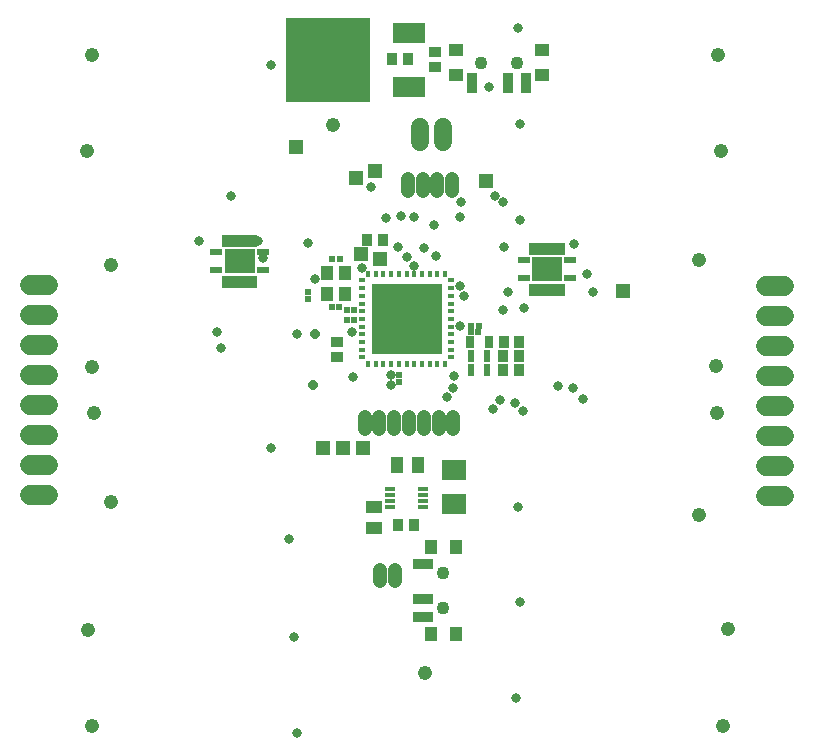
<source format=gbs>
G75*
%MOIN*%
%OFA0B0*%
%FSLAX24Y24*%
%IPPOS*%
%LPD*%
%AMOC8*
5,1,8,0,0,1.08239X$1,22.5*
%
%ADD10R,0.0207X0.0157*%
%ADD11R,0.0157X0.0207*%
%ADD12R,0.2333X0.2333*%
%ADD13R,0.0415X0.0190*%
%ADD14R,0.0190X0.0415*%
%ADD15R,0.1004X0.0807*%
%ADD16R,0.0198X0.0198*%
%ADD17R,0.0434X0.0474*%
%ADD18C,0.0477*%
%ADD19R,0.0356X0.0434*%
%ADD20R,0.0434X0.0356*%
%ADD21R,0.0316X0.0395*%
%ADD22R,0.0218X0.0395*%
%ADD23C,0.0595*%
%ADD24R,0.0346X0.0178*%
%ADD25R,0.0552X0.0395*%
%ADD26R,0.0789X0.0710*%
%ADD27R,0.0671X0.0356*%
%ADD28R,0.0395X0.0474*%
%ADD29C,0.0434*%
%ADD30R,0.0395X0.0552*%
%ADD31R,0.0356X0.0671*%
%ADD32R,0.0474X0.0395*%
%ADD33R,0.1064X0.0671*%
%ADD34R,0.2836X0.2836*%
%ADD35R,0.0474X0.0474*%
%ADD36C,0.0680*%
%ADD37C,0.0320*%
%ADD38OC8,0.0320*%
%ADD39C,0.0476*%
D10*
X012223Y016749D03*
X012223Y017004D03*
X012223Y017260D03*
X012223Y017516D03*
X012223Y017772D03*
X012223Y018028D03*
X012223Y018284D03*
X012223Y018540D03*
X012223Y018796D03*
X012223Y019052D03*
X012223Y019308D03*
X015205Y019308D03*
X015205Y019052D03*
X015205Y018796D03*
X015205Y018540D03*
X015205Y018284D03*
X015205Y018028D03*
X015205Y017772D03*
X015205Y017516D03*
X015205Y017260D03*
X015205Y017004D03*
X015205Y016749D03*
D11*
X014993Y016537D03*
X014737Y016537D03*
X014481Y016537D03*
X014226Y016537D03*
X013970Y016537D03*
X013714Y016537D03*
X013458Y016537D03*
X013202Y016537D03*
X012946Y016537D03*
X012690Y016537D03*
X012434Y016537D03*
X012434Y019519D03*
X012690Y019519D03*
X012946Y019519D03*
X013202Y019519D03*
X013458Y019519D03*
X013714Y019519D03*
X013970Y019519D03*
X014226Y019519D03*
X014481Y019519D03*
X014737Y019519D03*
X014993Y019519D03*
D12*
X013714Y018028D03*
D13*
X017616Y019393D03*
X017616Y019983D03*
X019171Y019983D03*
X019171Y019393D03*
X008931Y019663D03*
X008931Y020253D03*
X007376Y020253D03*
X007376Y019663D03*
D14*
X007662Y019269D03*
X007859Y019269D03*
X008055Y019269D03*
X008252Y019269D03*
X008449Y019269D03*
X008646Y019269D03*
X008646Y020637D03*
X008449Y020637D03*
X008252Y020637D03*
X008055Y020637D03*
X007859Y020637D03*
X007662Y020637D03*
X017902Y020367D03*
X018099Y020367D03*
X018295Y020367D03*
X018492Y020367D03*
X018689Y020367D03*
X018886Y020367D03*
X018886Y018999D03*
X018689Y018999D03*
X018492Y018999D03*
X018295Y018999D03*
X018099Y018999D03*
X017902Y018999D03*
D15*
X018394Y019688D03*
X008154Y019958D03*
D16*
X010415Y018932D03*
X010415Y018695D03*
X011223Y018414D03*
X011467Y018414D03*
X011725Y018334D03*
X011969Y018334D03*
X011968Y017988D03*
X011724Y017988D03*
X013468Y016145D03*
X013468Y015909D03*
X015865Y017582D03*
X015871Y017806D03*
X016115Y017806D03*
X016109Y017582D03*
X011483Y020008D03*
X011239Y020008D03*
D17*
X011048Y019571D03*
X011658Y019571D03*
X011658Y018842D03*
X011048Y018842D03*
D18*
X013763Y022301D02*
X013763Y022698D01*
X014255Y022698D02*
X014255Y022301D01*
X014747Y022301D02*
X014747Y022698D01*
X015239Y022698D02*
X015239Y022301D01*
X015273Y014741D02*
X015273Y014344D01*
X014781Y014344D02*
X014781Y014741D01*
X014289Y014741D02*
X014289Y014344D01*
X013797Y014344D02*
X013797Y014741D01*
X013305Y014741D02*
X013305Y014344D01*
X012813Y014344D02*
X012813Y014741D01*
X012321Y014741D02*
X012321Y014344D01*
X012826Y009670D02*
X012826Y009274D01*
X013318Y009274D02*
X013318Y009670D01*
D19*
X013442Y011159D03*
X013954Y011159D03*
X016938Y016318D03*
X016938Y016798D03*
X016948Y017268D03*
X017460Y017268D03*
X017450Y016798D03*
X017450Y016318D03*
X012915Y020671D03*
X012403Y020671D03*
X013245Y026681D03*
X013757Y026681D03*
D20*
X014674Y026925D03*
X014674Y026413D03*
X011413Y017264D03*
X011413Y016752D03*
D21*
X015819Y017268D03*
X016449Y017268D03*
D22*
X016409Y016798D03*
X016409Y016318D03*
X015858Y016318D03*
X015858Y016798D03*
D23*
X014945Y023918D02*
X014945Y024433D01*
X014158Y024433D02*
X014158Y023918D01*
D24*
X014270Y012353D03*
X014270Y012157D03*
X014270Y011960D03*
X014270Y011763D03*
X013158Y011763D03*
X013158Y011960D03*
X013158Y012157D03*
X013158Y012353D03*
D25*
X012618Y011758D03*
X012618Y011049D03*
D26*
X015287Y011872D03*
X015287Y012974D03*
D27*
X014254Y009857D03*
X014254Y008676D03*
X014254Y008085D03*
D28*
X014530Y007534D03*
X015357Y007534D03*
X015357Y010408D03*
X014530Y010408D03*
D29*
X014943Y009562D03*
X014943Y008381D03*
X016206Y026571D03*
X017387Y026571D03*
D30*
X014108Y013158D03*
X013399Y013158D03*
D31*
X015911Y025883D03*
X017092Y025883D03*
X017682Y025883D03*
D32*
X018233Y026158D03*
X018233Y026985D03*
X015359Y026985D03*
X015359Y026158D03*
D33*
X013800Y025756D03*
X013800Y027567D03*
D34*
X011084Y026661D03*
D35*
X010029Y023744D03*
X012021Y022716D03*
X012655Y022960D03*
X012186Y020181D03*
X012832Y020035D03*
X016359Y022626D03*
X020926Y018952D03*
X012257Y013724D03*
X011592Y013720D03*
X010942Y013724D03*
D36*
X001750Y014161D02*
X001150Y014161D01*
X001150Y015161D02*
X001750Y015161D01*
X001750Y016161D02*
X001150Y016161D01*
X001150Y017161D02*
X001750Y017161D01*
X001750Y018161D02*
X001150Y018161D01*
X001150Y019161D02*
X001750Y019161D01*
X001750Y013161D02*
X001150Y013161D01*
X001150Y012161D02*
X001750Y012161D01*
X025713Y012118D02*
X026313Y012118D01*
X026313Y013118D02*
X025713Y013118D01*
X025713Y014118D02*
X026313Y014118D01*
X026313Y015118D02*
X025713Y015118D01*
X025713Y016118D02*
X026313Y016118D01*
X026313Y017118D02*
X025713Y017118D01*
X025713Y018118D02*
X026313Y018118D01*
X026313Y019118D02*
X025713Y019118D01*
D37*
X019914Y018928D03*
X019722Y019520D03*
X019294Y020528D03*
X017484Y021318D03*
X016944Y021938D03*
X016654Y022138D03*
X015514Y021928D03*
X015484Y021438D03*
X014634Y021148D03*
X013974Y021408D03*
X013544Y021448D03*
X013024Y021398D03*
X012517Y022417D03*
X013414Y020418D03*
X013714Y020078D03*
X013974Y019788D03*
X014294Y020378D03*
X014684Y020138D03*
X015494Y019128D03*
X015624Y018778D03*
X015494Y017778D03*
X016931Y018331D03*
X017104Y018928D03*
X017634Y018388D03*
X016964Y020408D03*
X013204Y016148D03*
X013204Y015818D03*
X011934Y016098D03*
X011903Y017603D03*
X010073Y017522D03*
X010654Y019358D03*
X010415Y020551D03*
X008934Y020058D03*
X008765Y020637D03*
X007854Y022118D03*
X006804Y020638D03*
X007384Y017588D03*
X007544Y017058D03*
X009204Y013708D03*
X009794Y010678D03*
X009964Y007418D03*
X010074Y004218D03*
X017354Y005378D03*
X017484Y008588D03*
X017434Y011768D03*
X015305Y011927D03*
X017604Y014958D03*
X017324Y015208D03*
X016834Y015318D03*
X016584Y015018D03*
X015294Y016108D03*
X015274Y015718D03*
X015054Y015408D03*
X018754Y015788D03*
X019274Y015738D03*
X019594Y015348D03*
X012226Y019740D03*
X017484Y024518D03*
X016458Y025744D03*
X017424Y027708D03*
X009194Y026478D03*
D38*
X010670Y017511D03*
X010611Y015830D03*
D39*
X003214Y004468D03*
X003096Y007665D03*
X003859Y011909D03*
X003281Y014889D03*
X003230Y016437D03*
X003879Y019815D03*
X003064Y023610D03*
X003245Y026822D03*
X011274Y024488D03*
X023466Y019976D03*
X024017Y016464D03*
X024068Y014901D03*
X023450Y011476D03*
X024415Y007681D03*
X024249Y004468D03*
X014340Y006240D03*
X024198Y023622D03*
X024084Y026815D03*
M02*

</source>
